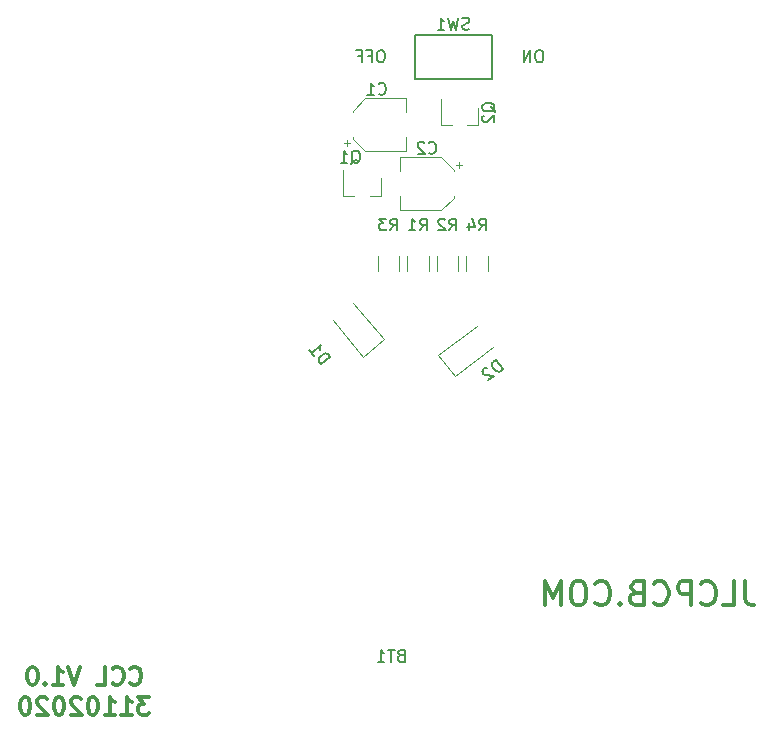
<source format=gbr>
G04 #@! TF.GenerationSoftware,KiCad,Pcbnew,(5.1.7)-1*
G04 #@! TF.CreationDate,2020-12-19T00:30:41-03:00*
G04 #@! TF.ProjectId,Sorting Hat,536f7274-696e-4672-9048-61742e6b6963,rev?*
G04 #@! TF.SameCoordinates,Original*
G04 #@! TF.FileFunction,Legend,Bot*
G04 #@! TF.FilePolarity,Positive*
%FSLAX46Y46*%
G04 Gerber Fmt 4.6, Leading zero omitted, Abs format (unit mm)*
G04 Created by KiCad (PCBNEW (5.1.7)-1) date 2020-12-19 00:30:41*
%MOMM*%
%LPD*%
G01*
G04 APERTURE LIST*
%ADD10C,0.300000*%
%ADD11C,0.152400*%
%ADD12C,0.120000*%
%ADD13C,0.150000*%
G04 APERTURE END LIST*
D10*
X190690476Y-95654761D02*
X190690476Y-97083333D01*
X190785714Y-97369047D01*
X190976190Y-97559523D01*
X191261904Y-97654761D01*
X191452380Y-97654761D01*
X188785714Y-97654761D02*
X189738095Y-97654761D01*
X189738095Y-95654761D01*
X186976190Y-97464285D02*
X187071428Y-97559523D01*
X187357142Y-97654761D01*
X187547619Y-97654761D01*
X187833333Y-97559523D01*
X188023809Y-97369047D01*
X188119047Y-97178571D01*
X188214285Y-96797619D01*
X188214285Y-96511904D01*
X188119047Y-96130952D01*
X188023809Y-95940476D01*
X187833333Y-95750000D01*
X187547619Y-95654761D01*
X187357142Y-95654761D01*
X187071428Y-95750000D01*
X186976190Y-95845238D01*
X186119047Y-97654761D02*
X186119047Y-95654761D01*
X185357142Y-95654761D01*
X185166666Y-95750000D01*
X185071428Y-95845238D01*
X184976190Y-96035714D01*
X184976190Y-96321428D01*
X185071428Y-96511904D01*
X185166666Y-96607142D01*
X185357142Y-96702380D01*
X186119047Y-96702380D01*
X182976190Y-97464285D02*
X183071428Y-97559523D01*
X183357142Y-97654761D01*
X183547619Y-97654761D01*
X183833333Y-97559523D01*
X184023809Y-97369047D01*
X184119047Y-97178571D01*
X184214285Y-96797619D01*
X184214285Y-96511904D01*
X184119047Y-96130952D01*
X184023809Y-95940476D01*
X183833333Y-95750000D01*
X183547619Y-95654761D01*
X183357142Y-95654761D01*
X183071428Y-95750000D01*
X182976190Y-95845238D01*
X181452380Y-96607142D02*
X181166666Y-96702380D01*
X181071428Y-96797619D01*
X180976190Y-96988095D01*
X180976190Y-97273809D01*
X181071428Y-97464285D01*
X181166666Y-97559523D01*
X181357142Y-97654761D01*
X182119047Y-97654761D01*
X182119047Y-95654761D01*
X181452380Y-95654761D01*
X181261904Y-95750000D01*
X181166666Y-95845238D01*
X181071428Y-96035714D01*
X181071428Y-96226190D01*
X181166666Y-96416666D01*
X181261904Y-96511904D01*
X181452380Y-96607142D01*
X182119047Y-96607142D01*
X180119047Y-97464285D02*
X180023809Y-97559523D01*
X180119047Y-97654761D01*
X180214285Y-97559523D01*
X180119047Y-97464285D01*
X180119047Y-97654761D01*
X178023809Y-97464285D02*
X178119047Y-97559523D01*
X178404761Y-97654761D01*
X178595238Y-97654761D01*
X178880952Y-97559523D01*
X179071428Y-97369047D01*
X179166666Y-97178571D01*
X179261904Y-96797619D01*
X179261904Y-96511904D01*
X179166666Y-96130952D01*
X179071428Y-95940476D01*
X178880952Y-95750000D01*
X178595238Y-95654761D01*
X178404761Y-95654761D01*
X178119047Y-95750000D01*
X178023809Y-95845238D01*
X176785714Y-95654761D02*
X176404761Y-95654761D01*
X176214285Y-95750000D01*
X176023809Y-95940476D01*
X175928571Y-96321428D01*
X175928571Y-96988095D01*
X176023809Y-97369047D01*
X176214285Y-97559523D01*
X176404761Y-97654761D01*
X176785714Y-97654761D01*
X176976190Y-97559523D01*
X177166666Y-97369047D01*
X177261904Y-96988095D01*
X177261904Y-96321428D01*
X177166666Y-95940476D01*
X176976190Y-95750000D01*
X176785714Y-95654761D01*
X175071428Y-97654761D02*
X175071428Y-95654761D01*
X174404761Y-97083333D01*
X173738095Y-95654761D01*
X173738095Y-97654761D01*
X138642857Y-104260714D02*
X138714285Y-104332142D01*
X138928571Y-104403571D01*
X139071428Y-104403571D01*
X139285714Y-104332142D01*
X139428571Y-104189285D01*
X139500000Y-104046428D01*
X139571428Y-103760714D01*
X139571428Y-103546428D01*
X139500000Y-103260714D01*
X139428571Y-103117857D01*
X139285714Y-102975000D01*
X139071428Y-102903571D01*
X138928571Y-102903571D01*
X138714285Y-102975000D01*
X138642857Y-103046428D01*
X137142857Y-104260714D02*
X137214285Y-104332142D01*
X137428571Y-104403571D01*
X137571428Y-104403571D01*
X137785714Y-104332142D01*
X137928571Y-104189285D01*
X138000000Y-104046428D01*
X138071428Y-103760714D01*
X138071428Y-103546428D01*
X138000000Y-103260714D01*
X137928571Y-103117857D01*
X137785714Y-102975000D01*
X137571428Y-102903571D01*
X137428571Y-102903571D01*
X137214285Y-102975000D01*
X137142857Y-103046428D01*
X135785714Y-104403571D02*
X136500000Y-104403571D01*
X136500000Y-102903571D01*
X134357142Y-102903571D02*
X133857142Y-104403571D01*
X133357142Y-102903571D01*
X132071428Y-104403571D02*
X132928571Y-104403571D01*
X132500000Y-104403571D02*
X132500000Y-102903571D01*
X132642857Y-103117857D01*
X132785714Y-103260714D01*
X132928571Y-103332142D01*
X131428571Y-104260714D02*
X131357142Y-104332142D01*
X131428571Y-104403571D01*
X131500000Y-104332142D01*
X131428571Y-104260714D01*
X131428571Y-104403571D01*
X130428571Y-102903571D02*
X130285714Y-102903571D01*
X130142857Y-102975000D01*
X130071428Y-103046428D01*
X130000000Y-103189285D01*
X129928571Y-103475000D01*
X129928571Y-103832142D01*
X130000000Y-104117857D01*
X130071428Y-104260714D01*
X130142857Y-104332142D01*
X130285714Y-104403571D01*
X130428571Y-104403571D01*
X130571428Y-104332142D01*
X130642857Y-104260714D01*
X130714285Y-104117857D01*
X130785714Y-103832142D01*
X130785714Y-103475000D01*
X130714285Y-103189285D01*
X130642857Y-103046428D01*
X130571428Y-102975000D01*
X130428571Y-102903571D01*
X140250000Y-105453571D02*
X139321428Y-105453571D01*
X139821428Y-106025000D01*
X139607142Y-106025000D01*
X139464285Y-106096428D01*
X139392857Y-106167857D01*
X139321428Y-106310714D01*
X139321428Y-106667857D01*
X139392857Y-106810714D01*
X139464285Y-106882142D01*
X139607142Y-106953571D01*
X140035714Y-106953571D01*
X140178571Y-106882142D01*
X140250000Y-106810714D01*
X137892857Y-106953571D02*
X138750000Y-106953571D01*
X138321428Y-106953571D02*
X138321428Y-105453571D01*
X138464285Y-105667857D01*
X138607142Y-105810714D01*
X138750000Y-105882142D01*
X136464285Y-106953571D02*
X137321428Y-106953571D01*
X136892857Y-106953571D02*
X136892857Y-105453571D01*
X137035714Y-105667857D01*
X137178571Y-105810714D01*
X137321428Y-105882142D01*
X135535714Y-105453571D02*
X135392857Y-105453571D01*
X135250000Y-105525000D01*
X135178571Y-105596428D01*
X135107142Y-105739285D01*
X135035714Y-106025000D01*
X135035714Y-106382142D01*
X135107142Y-106667857D01*
X135178571Y-106810714D01*
X135250000Y-106882142D01*
X135392857Y-106953571D01*
X135535714Y-106953571D01*
X135678571Y-106882142D01*
X135750000Y-106810714D01*
X135821428Y-106667857D01*
X135892857Y-106382142D01*
X135892857Y-106025000D01*
X135821428Y-105739285D01*
X135750000Y-105596428D01*
X135678571Y-105525000D01*
X135535714Y-105453571D01*
X134464285Y-105596428D02*
X134392857Y-105525000D01*
X134250000Y-105453571D01*
X133892857Y-105453571D01*
X133750000Y-105525000D01*
X133678571Y-105596428D01*
X133607142Y-105739285D01*
X133607142Y-105882142D01*
X133678571Y-106096428D01*
X134535714Y-106953571D01*
X133607142Y-106953571D01*
X132678571Y-105453571D02*
X132535714Y-105453571D01*
X132392857Y-105525000D01*
X132321428Y-105596428D01*
X132250000Y-105739285D01*
X132178571Y-106025000D01*
X132178571Y-106382142D01*
X132250000Y-106667857D01*
X132321428Y-106810714D01*
X132392857Y-106882142D01*
X132535714Y-106953571D01*
X132678571Y-106953571D01*
X132821428Y-106882142D01*
X132892857Y-106810714D01*
X132964285Y-106667857D01*
X133035714Y-106382142D01*
X133035714Y-106025000D01*
X132964285Y-105739285D01*
X132892857Y-105596428D01*
X132821428Y-105525000D01*
X132678571Y-105453571D01*
X131607142Y-105596428D02*
X131535714Y-105525000D01*
X131392857Y-105453571D01*
X131035714Y-105453571D01*
X130892857Y-105525000D01*
X130821428Y-105596428D01*
X130750000Y-105739285D01*
X130750000Y-105882142D01*
X130821428Y-106096428D01*
X131678571Y-106953571D01*
X130750000Y-106953571D01*
X129821428Y-105453571D02*
X129678571Y-105453571D01*
X129535714Y-105525000D01*
X129464285Y-105596428D01*
X129392857Y-105739285D01*
X129321428Y-106025000D01*
X129321428Y-106382142D01*
X129392857Y-106667857D01*
X129464285Y-106810714D01*
X129535714Y-106882142D01*
X129678571Y-106953571D01*
X129821428Y-106953571D01*
X129964285Y-106882142D01*
X130035714Y-106810714D01*
X130107142Y-106667857D01*
X130178571Y-106382142D01*
X130178571Y-106025000D01*
X130107142Y-105739285D01*
X130035714Y-105596428D01*
X129964285Y-105525000D01*
X129821428Y-105453571D01*
D11*
X162773001Y-49383000D02*
X169226999Y-49383000D01*
X169226999Y-49383000D02*
X169226999Y-53117000D01*
X169226999Y-53117000D02*
X162773001Y-53117000D01*
X162773001Y-53117000D02*
X162773001Y-49383000D01*
D12*
X162090000Y-68147936D02*
X162090000Y-69352064D01*
X163910000Y-68147936D02*
X163910000Y-69352064D01*
X159590000Y-68147936D02*
X159590000Y-69352064D01*
X161410000Y-68147936D02*
X161410000Y-69352064D01*
X168910000Y-68147936D02*
X168910000Y-69352064D01*
X167090000Y-68147936D02*
X167090000Y-69352064D01*
X166410000Y-68147936D02*
X166410000Y-69352064D01*
X164590000Y-68147936D02*
X164590000Y-69352064D01*
X157501000Y-72064765D02*
X160110718Y-75174905D01*
X160110718Y-75174905D02*
X158371797Y-76634033D01*
X158371797Y-76634033D02*
X155762079Y-73523893D01*
X164732297Y-76464014D02*
X167974757Y-74020645D01*
X166098417Y-78276916D02*
X164732297Y-76464014D01*
X169340877Y-75833547D02*
X166098417Y-78276916D01*
X159830000Y-63010000D02*
X158900000Y-63010000D01*
X156670000Y-63010000D02*
X157600000Y-63010000D01*
X156670000Y-63010000D02*
X156670000Y-60850000D01*
X159830000Y-63010000D02*
X159830000Y-61550000D01*
X168080000Y-57010000D02*
X168080000Y-55550000D01*
X164920000Y-57010000D02*
X164920000Y-54850000D01*
X164920000Y-57010000D02*
X165850000Y-57010000D01*
X168080000Y-57010000D02*
X167150000Y-57010000D01*
X162010000Y-54740000D02*
X162010000Y-55940000D01*
X162010000Y-59260000D02*
X162010000Y-58060000D01*
X158554437Y-59260000D02*
X162010000Y-59260000D01*
X158554437Y-54740000D02*
X162010000Y-54740000D01*
X157490000Y-55804437D02*
X157490000Y-55940000D01*
X157490000Y-58195563D02*
X157490000Y-58060000D01*
X157490000Y-58195563D02*
X158554437Y-59260000D01*
X157490000Y-55804437D02*
X158554437Y-54740000D01*
X156750000Y-58560000D02*
X157250000Y-58560000D01*
X157000000Y-58810000D02*
X157000000Y-58310000D01*
X166500000Y-60190000D02*
X166500000Y-60690000D01*
X166750000Y-60440000D02*
X166250000Y-60440000D01*
X166010000Y-63195563D02*
X164945563Y-64260000D01*
X166010000Y-60804437D02*
X164945563Y-59740000D01*
X166010000Y-60804437D02*
X166010000Y-60940000D01*
X166010000Y-63195563D02*
X166010000Y-63060000D01*
X164945563Y-64260000D02*
X161490000Y-64260000D01*
X164945563Y-59740000D02*
X161490000Y-59740000D01*
X161490000Y-59740000D02*
X161490000Y-60940000D01*
X161490000Y-64260000D02*
X161490000Y-63060000D01*
D13*
X167333333Y-48904761D02*
X167190476Y-48952380D01*
X166952380Y-48952380D01*
X166857142Y-48904761D01*
X166809523Y-48857142D01*
X166761904Y-48761904D01*
X166761904Y-48666666D01*
X166809523Y-48571428D01*
X166857142Y-48523809D01*
X166952380Y-48476190D01*
X167142857Y-48428571D01*
X167238095Y-48380952D01*
X167285714Y-48333333D01*
X167333333Y-48238095D01*
X167333333Y-48142857D01*
X167285714Y-48047619D01*
X167238095Y-48000000D01*
X167142857Y-47952380D01*
X166904761Y-47952380D01*
X166761904Y-48000000D01*
X166428571Y-47952380D02*
X166190476Y-48952380D01*
X166000000Y-48238095D01*
X165809523Y-48952380D01*
X165571428Y-47952380D01*
X164666666Y-48952380D02*
X165238095Y-48952380D01*
X164952380Y-48952380D02*
X164952380Y-47952380D01*
X165047619Y-48095238D01*
X165142857Y-48190476D01*
X165238095Y-48238095D01*
X173369047Y-50702380D02*
X173178571Y-50702380D01*
X173083333Y-50750000D01*
X172988095Y-50845238D01*
X172940476Y-51035714D01*
X172940476Y-51369047D01*
X172988095Y-51559523D01*
X173083333Y-51654761D01*
X173178571Y-51702380D01*
X173369047Y-51702380D01*
X173464285Y-51654761D01*
X173559523Y-51559523D01*
X173607142Y-51369047D01*
X173607142Y-51035714D01*
X173559523Y-50845238D01*
X173464285Y-50750000D01*
X173369047Y-50702380D01*
X172511904Y-51702380D02*
X172511904Y-50702380D01*
X171940476Y-51702380D01*
X171940476Y-50702380D01*
X159952380Y-50702380D02*
X159761904Y-50702380D01*
X159666666Y-50750000D01*
X159571428Y-50845238D01*
X159523809Y-51035714D01*
X159523809Y-51369047D01*
X159571428Y-51559523D01*
X159666666Y-51654761D01*
X159761904Y-51702380D01*
X159952380Y-51702380D01*
X160047619Y-51654761D01*
X160142857Y-51559523D01*
X160190476Y-51369047D01*
X160190476Y-51035714D01*
X160142857Y-50845238D01*
X160047619Y-50750000D01*
X159952380Y-50702380D01*
X158761904Y-51178571D02*
X159095238Y-51178571D01*
X159095238Y-51702380D02*
X159095238Y-50702380D01*
X158619047Y-50702380D01*
X157904761Y-51178571D02*
X158238095Y-51178571D01*
X158238095Y-51702380D02*
X158238095Y-50702380D01*
X157761904Y-50702380D01*
X161535714Y-101928571D02*
X161392857Y-101976190D01*
X161345238Y-102023809D01*
X161297619Y-102119047D01*
X161297619Y-102261904D01*
X161345238Y-102357142D01*
X161392857Y-102404761D01*
X161488095Y-102452380D01*
X161869047Y-102452380D01*
X161869047Y-101452380D01*
X161535714Y-101452380D01*
X161440476Y-101500000D01*
X161392857Y-101547619D01*
X161345238Y-101642857D01*
X161345238Y-101738095D01*
X161392857Y-101833333D01*
X161440476Y-101880952D01*
X161535714Y-101928571D01*
X161869047Y-101928571D01*
X161011904Y-101452380D02*
X160440476Y-101452380D01*
X160726190Y-102452380D02*
X160726190Y-101452380D01*
X159583333Y-102452380D02*
X160154761Y-102452380D01*
X159869047Y-102452380D02*
X159869047Y-101452380D01*
X159964285Y-101595238D01*
X160059523Y-101690476D01*
X160154761Y-101738095D01*
X163166666Y-65952380D02*
X163500000Y-65476190D01*
X163738095Y-65952380D02*
X163738095Y-64952380D01*
X163357142Y-64952380D01*
X163261904Y-65000000D01*
X163214285Y-65047619D01*
X163166666Y-65142857D01*
X163166666Y-65285714D01*
X163214285Y-65380952D01*
X163261904Y-65428571D01*
X163357142Y-65476190D01*
X163738095Y-65476190D01*
X162214285Y-65952380D02*
X162785714Y-65952380D01*
X162500000Y-65952380D02*
X162500000Y-64952380D01*
X162595238Y-65095238D01*
X162690476Y-65190476D01*
X162785714Y-65238095D01*
X160666666Y-65952380D02*
X161000000Y-65476190D01*
X161238095Y-65952380D02*
X161238095Y-64952380D01*
X160857142Y-64952380D01*
X160761904Y-65000000D01*
X160714285Y-65047619D01*
X160666666Y-65142857D01*
X160666666Y-65285714D01*
X160714285Y-65380952D01*
X160761904Y-65428571D01*
X160857142Y-65476190D01*
X161238095Y-65476190D01*
X160333333Y-64952380D02*
X159714285Y-64952380D01*
X160047619Y-65333333D01*
X159904761Y-65333333D01*
X159809523Y-65380952D01*
X159761904Y-65428571D01*
X159714285Y-65523809D01*
X159714285Y-65761904D01*
X159761904Y-65857142D01*
X159809523Y-65904761D01*
X159904761Y-65952380D01*
X160190476Y-65952380D01*
X160285714Y-65904761D01*
X160333333Y-65857142D01*
X168166666Y-65952380D02*
X168500000Y-65476190D01*
X168738095Y-65952380D02*
X168738095Y-64952380D01*
X168357142Y-64952380D01*
X168261904Y-65000000D01*
X168214285Y-65047619D01*
X168166666Y-65142857D01*
X168166666Y-65285714D01*
X168214285Y-65380952D01*
X168261904Y-65428571D01*
X168357142Y-65476190D01*
X168738095Y-65476190D01*
X167309523Y-65285714D02*
X167309523Y-65952380D01*
X167547619Y-64904761D02*
X167785714Y-65619047D01*
X167166666Y-65619047D01*
X165666666Y-65952380D02*
X166000000Y-65476190D01*
X166238095Y-65952380D02*
X166238095Y-64952380D01*
X165857142Y-64952380D01*
X165761904Y-65000000D01*
X165714285Y-65047619D01*
X165666666Y-65142857D01*
X165666666Y-65285714D01*
X165714285Y-65380952D01*
X165761904Y-65428571D01*
X165857142Y-65476190D01*
X166238095Y-65476190D01*
X165285714Y-65047619D02*
X165238095Y-65000000D01*
X165142857Y-64952380D01*
X164904761Y-64952380D01*
X164809523Y-65000000D01*
X164761904Y-65047619D01*
X164714285Y-65142857D01*
X164714285Y-65238095D01*
X164761904Y-65380952D01*
X165333333Y-65952380D01*
X164714285Y-65952380D01*
X154787894Y-77276198D02*
X155553939Y-76633411D01*
X155400894Y-76451019D01*
X155272589Y-76372193D01*
X155138414Y-76360454D01*
X155034849Y-76385194D01*
X154858327Y-76471151D01*
X154748892Y-76562978D01*
X154633587Y-76721892D01*
X154591240Y-76819588D01*
X154579501Y-76953763D01*
X154634849Y-77093807D01*
X154787894Y-77276198D01*
X153808408Y-76108892D02*
X154175715Y-76546632D01*
X153992062Y-76327762D02*
X154758106Y-75684975D01*
X154709889Y-75849758D01*
X154698150Y-75983932D01*
X154722890Y-76087498D01*
X170181718Y-77717090D02*
X169579903Y-76918455D01*
X169389752Y-77061744D01*
X169304319Y-77185748D01*
X169285574Y-77319124D01*
X169304860Y-77423842D01*
X169381461Y-77604621D01*
X169467434Y-77718712D01*
X169620096Y-77842175D01*
X169715442Y-77889578D01*
X169848818Y-77908323D01*
X169991567Y-77860379D01*
X170181718Y-77717090D01*
X168876614Y-77567672D02*
X168809926Y-77558300D01*
X168705207Y-77577585D01*
X168515056Y-77720875D01*
X168467653Y-77816221D01*
X168458281Y-77882909D01*
X168477566Y-77987627D01*
X168534882Y-78063688D01*
X168658886Y-78149121D01*
X169459143Y-78261589D01*
X168964750Y-78634142D01*
X157345238Y-60297619D02*
X157440476Y-60250000D01*
X157535714Y-60154761D01*
X157678571Y-60011904D01*
X157773809Y-59964285D01*
X157869047Y-59964285D01*
X157821428Y-60202380D02*
X157916666Y-60154761D01*
X158011904Y-60059523D01*
X158059523Y-59869047D01*
X158059523Y-59535714D01*
X158011904Y-59345238D01*
X157916666Y-59250000D01*
X157821428Y-59202380D01*
X157630952Y-59202380D01*
X157535714Y-59250000D01*
X157440476Y-59345238D01*
X157392857Y-59535714D01*
X157392857Y-59869047D01*
X157440476Y-60059523D01*
X157535714Y-60154761D01*
X157630952Y-60202380D01*
X157821428Y-60202380D01*
X156440476Y-60202380D02*
X157011904Y-60202380D01*
X156726190Y-60202380D02*
X156726190Y-59202380D01*
X156821428Y-59345238D01*
X156916666Y-59440476D01*
X157011904Y-59488095D01*
X169547619Y-55904761D02*
X169500000Y-55809523D01*
X169404761Y-55714285D01*
X169261904Y-55571428D01*
X169214285Y-55476190D01*
X169214285Y-55380952D01*
X169452380Y-55428571D02*
X169404761Y-55333333D01*
X169309523Y-55238095D01*
X169119047Y-55190476D01*
X168785714Y-55190476D01*
X168595238Y-55238095D01*
X168500000Y-55333333D01*
X168452380Y-55428571D01*
X168452380Y-55619047D01*
X168500000Y-55714285D01*
X168595238Y-55809523D01*
X168785714Y-55857142D01*
X169119047Y-55857142D01*
X169309523Y-55809523D01*
X169404761Y-55714285D01*
X169452380Y-55619047D01*
X169452380Y-55428571D01*
X168547619Y-56238095D02*
X168500000Y-56285714D01*
X168452380Y-56380952D01*
X168452380Y-56619047D01*
X168500000Y-56714285D01*
X168547619Y-56761904D01*
X168642857Y-56809523D01*
X168738095Y-56809523D01*
X168880952Y-56761904D01*
X169452380Y-56190476D01*
X169452380Y-56809523D01*
X159666666Y-54357142D02*
X159714285Y-54404761D01*
X159857142Y-54452380D01*
X159952380Y-54452380D01*
X160095238Y-54404761D01*
X160190476Y-54309523D01*
X160238095Y-54214285D01*
X160285714Y-54023809D01*
X160285714Y-53880952D01*
X160238095Y-53690476D01*
X160190476Y-53595238D01*
X160095238Y-53500000D01*
X159952380Y-53452380D01*
X159857142Y-53452380D01*
X159714285Y-53500000D01*
X159666666Y-53547619D01*
X158714285Y-54452380D02*
X159285714Y-54452380D01*
X159000000Y-54452380D02*
X159000000Y-53452380D01*
X159095238Y-53595238D01*
X159190476Y-53690476D01*
X159285714Y-53738095D01*
X163916666Y-59357142D02*
X163964285Y-59404761D01*
X164107142Y-59452380D01*
X164202380Y-59452380D01*
X164345238Y-59404761D01*
X164440476Y-59309523D01*
X164488095Y-59214285D01*
X164535714Y-59023809D01*
X164535714Y-58880952D01*
X164488095Y-58690476D01*
X164440476Y-58595238D01*
X164345238Y-58500000D01*
X164202380Y-58452380D01*
X164107142Y-58452380D01*
X163964285Y-58500000D01*
X163916666Y-58547619D01*
X163535714Y-58547619D02*
X163488095Y-58500000D01*
X163392857Y-58452380D01*
X163154761Y-58452380D01*
X163059523Y-58500000D01*
X163011904Y-58547619D01*
X162964285Y-58642857D01*
X162964285Y-58738095D01*
X163011904Y-58880952D01*
X163583333Y-59452380D01*
X162964285Y-59452380D01*
M02*

</source>
